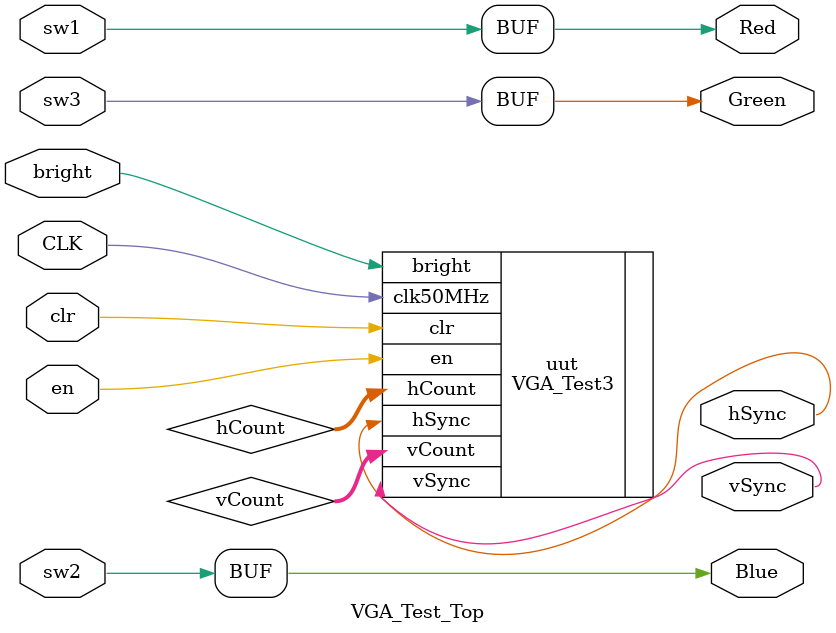
<source format=v>
`timescale 1ns / 1ps
module VGA_Test_Top(
    input CLK,
    input clr,
    output hSync,
    output vSync,
    input  sw1,
	 input  sw2,
	 input  sw3,
	 input  bright,
	 input  en,
	 output Red,
    output Blue,
    output Green
    );
	 wire[9:0] hCount, vCount;
	 	VGA_Test3 uut (
		.clk50MHz(CLK), 
		.clr(clr), 
		.en(en), 
		.hSync(hSync), 
		.vSync(vSync), 
		.bright(bright), 
		.hCount(hCount), 
		.vCount(vCount)
	);
	 
	 // VGA_Test3 VGACNTL(CLK, clr, 0, hSync, vSync, 1, hcount, vCount);
    assign Red = sw1;
	 assign Blue = sw2;
	 assign Green = sw3;

endmodule

</source>
